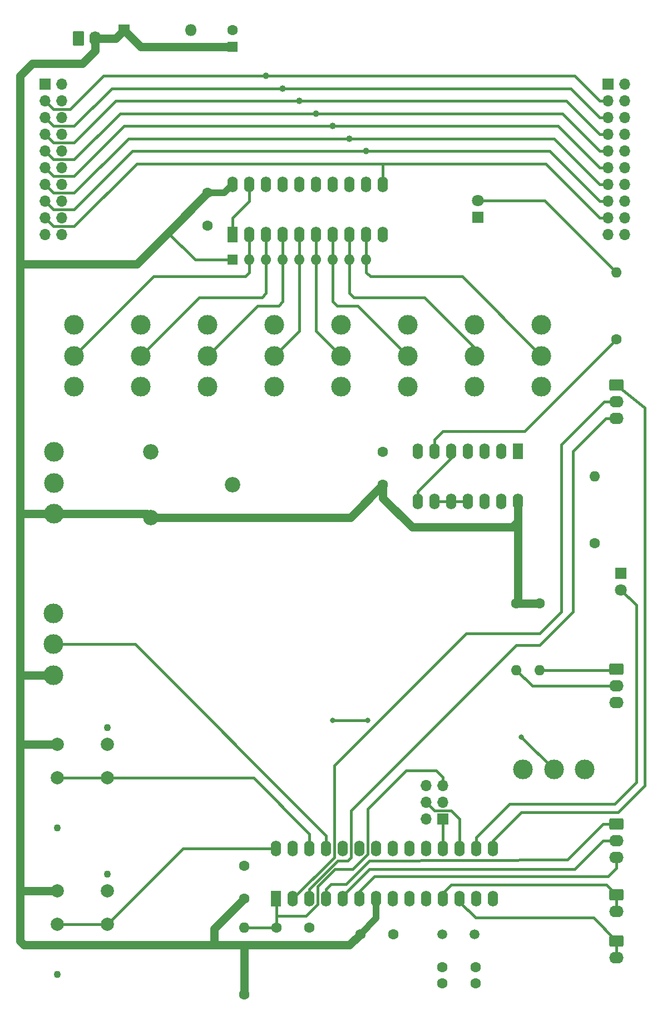
<source format=gtl>
G04 #@! TF.GenerationSoftware,KiCad,Pcbnew,7.0.5*
G04 #@! TF.CreationDate,2023-06-10T14:41:30+02:00*
G04 #@! TF.ProjectId,EinTaktReset,45696e54-616b-4745-9265-7365742e6b69,rev?*
G04 #@! TF.SameCoordinates,Original*
G04 #@! TF.FileFunction,Copper,L1,Top*
G04 #@! TF.FilePolarity,Positive*
%FSLAX46Y46*%
G04 Gerber Fmt 4.6, Leading zero omitted, Abs format (unit mm)*
G04 Created by KiCad (PCBNEW 7.0.5) date 2023-06-10 14:41:30*
%MOMM*%
%LPD*%
G01*
G04 APERTURE LIST*
G04 Aperture macros list*
%AMRoundRect*
0 Rectangle with rounded corners*
0 $1 Rounding radius*
0 $2 $3 $4 $5 $6 $7 $8 $9 X,Y pos of 4 corners*
0 Add a 4 corners polygon primitive as box body*
4,1,4,$2,$3,$4,$5,$6,$7,$8,$9,$2,$3,0*
0 Add four circle primitives for the rounded corners*
1,1,$1+$1,$2,$3*
1,1,$1+$1,$4,$5*
1,1,$1+$1,$6,$7*
1,1,$1+$1,$8,$9*
0 Add four rect primitives between the rounded corners*
20,1,$1+$1,$2,$3,$4,$5,0*
20,1,$1+$1,$4,$5,$6,$7,0*
20,1,$1+$1,$6,$7,$8,$9,0*
20,1,$1+$1,$8,$9,$2,$3,0*%
G04 Aperture macros list end*
G04 #@! TA.AperFunction,ComponentPad*
%ADD10R,1.600000X2.400000*%
G04 #@! TD*
G04 #@! TA.AperFunction,ComponentPad*
%ADD11O,1.600000X2.400000*%
G04 #@! TD*
G04 #@! TA.AperFunction,ComponentPad*
%ADD12R,1.600000X1.600000*%
G04 #@! TD*
G04 #@! TA.AperFunction,ComponentPad*
%ADD13O,1.600000X1.600000*%
G04 #@! TD*
G04 #@! TA.AperFunction,ComponentPad*
%ADD14C,1.600000*%
G04 #@! TD*
G04 #@! TA.AperFunction,ComponentPad*
%ADD15R,1.800000X1.800000*%
G04 #@! TD*
G04 #@! TA.AperFunction,ComponentPad*
%ADD16C,1.800000*%
G04 #@! TD*
G04 #@! TA.AperFunction,ComponentPad*
%ADD17C,2.997200*%
G04 #@! TD*
G04 #@! TA.AperFunction,ComponentPad*
%ADD18R,1.700000X1.700000*%
G04 #@! TD*
G04 #@! TA.AperFunction,ComponentPad*
%ADD19O,1.700000X1.700000*%
G04 #@! TD*
G04 #@! TA.AperFunction,ComponentPad*
%ADD20RoundRect,0.249999X-0.620001X-0.845001X0.620001X-0.845001X0.620001X0.845001X-0.620001X0.845001X0*%
G04 #@! TD*
G04 #@! TA.AperFunction,ComponentPad*
%ADD21O,1.740000X2.190000*%
G04 #@! TD*
G04 #@! TA.AperFunction,ComponentPad*
%ADD22RoundRect,0.249999X-0.845001X0.620001X-0.845001X-0.620001X0.845001X-0.620001X0.845001X0.620001X0*%
G04 #@! TD*
G04 #@! TA.AperFunction,ComponentPad*
%ADD23O,2.190000X1.740000*%
G04 #@! TD*
G04 #@! TA.AperFunction,ComponentPad*
%ADD24C,2.000000*%
G04 #@! TD*
G04 #@! TA.AperFunction,ComponentPad*
%ADD25C,1.100000*%
G04 #@! TD*
G04 #@! TA.AperFunction,ComponentPad*
%ADD26O,1.800000X1.800000*%
G04 #@! TD*
G04 #@! TA.AperFunction,ComponentPad*
%ADD27C,1.500000*%
G04 #@! TD*
G04 #@! TA.AperFunction,ComponentPad*
%ADD28C,2.340000*%
G04 #@! TD*
G04 #@! TA.AperFunction,ViaPad*
%ADD29C,1.000000*%
G04 #@! TD*
G04 #@! TA.AperFunction,ViaPad*
%ADD30C,0.800000*%
G04 #@! TD*
G04 #@! TA.AperFunction,Conductor*
%ADD31C,1.250000*%
G04 #@! TD*
G04 #@! TA.AperFunction,Conductor*
%ADD32C,0.400000*%
G04 #@! TD*
G04 #@! TA.AperFunction,Conductor*
%ADD33C,1.000000*%
G04 #@! TD*
G04 APERTURE END LIST*
D10*
X73660000Y-59055000D03*
D11*
X76200000Y-59055000D03*
X78740000Y-59055000D03*
X81280000Y-59055000D03*
X83820000Y-59055000D03*
X86360000Y-59055000D03*
X88900000Y-59055000D03*
X91440000Y-59055000D03*
X93980000Y-59055000D03*
X96520000Y-59055000D03*
X96520000Y-51435000D03*
X93980000Y-51435000D03*
X91440000Y-51435000D03*
X88900000Y-51435000D03*
X86360000Y-51435000D03*
X83820000Y-51435000D03*
X81280000Y-51435000D03*
X78740000Y-51435000D03*
X76200000Y-51435000D03*
X73660000Y-51435000D03*
D12*
X73660000Y-62865000D03*
D13*
X76200000Y-62865000D03*
X78740000Y-62865000D03*
X81280000Y-62865000D03*
X83820000Y-62865000D03*
X86360000Y-62865000D03*
X88900000Y-62865000D03*
X91440000Y-62865000D03*
X93980000Y-62865000D03*
D14*
X128778000Y-105918000D03*
D13*
X128778000Y-95758000D03*
D14*
X116840000Y-115062000D03*
D13*
X116840000Y-125222000D03*
D15*
X110998000Y-56388000D03*
D16*
X110998000Y-53848000D03*
D15*
X132715000Y-110490000D03*
D16*
X132715000Y-113030000D03*
D17*
X49530000Y-72771000D03*
X49530000Y-77470000D03*
X49530000Y-82169000D03*
X80010000Y-72771000D03*
X80010000Y-77470000D03*
X80010000Y-82169000D03*
X90170000Y-72771000D03*
X90170000Y-77470000D03*
X90170000Y-82169000D03*
X100330000Y-72771000D03*
X100330000Y-77470000D03*
X100330000Y-82169000D03*
X110490000Y-72771000D03*
X110490000Y-77470000D03*
X110490000Y-82169000D03*
X120650000Y-72771000D03*
X120650000Y-77470000D03*
X120650000Y-82169000D03*
D14*
X93100000Y-165360000D03*
X98100000Y-165360000D03*
X69850000Y-52705000D03*
X69850000Y-57705000D03*
X132080000Y-74930000D03*
D13*
X132080000Y-64770000D03*
D18*
X45085000Y-36195000D03*
D19*
X47625000Y-36195000D03*
X45085000Y-38735000D03*
X47625000Y-38735000D03*
X45085000Y-41275000D03*
X47625000Y-41275000D03*
X45085000Y-43815000D03*
X47625000Y-43815000D03*
X45085000Y-46355000D03*
X47625000Y-46355000D03*
X45085000Y-48895000D03*
X47625000Y-48895000D03*
X45085000Y-51435000D03*
X47625000Y-51435000D03*
X45085000Y-53975000D03*
X47625000Y-53975000D03*
X45085000Y-56515000D03*
X47625000Y-56515000D03*
X45085000Y-59055000D03*
X47625000Y-59055000D03*
D18*
X130810000Y-36195000D03*
D19*
X133350000Y-36195000D03*
X130810000Y-38735000D03*
X133350000Y-38735000D03*
X130810000Y-41275000D03*
X133350000Y-41275000D03*
X130810000Y-43815000D03*
X133350000Y-43815000D03*
X130810000Y-46355000D03*
X133350000Y-46355000D03*
X130810000Y-48895000D03*
X133350000Y-48895000D03*
X130810000Y-51435000D03*
X133350000Y-51435000D03*
X130810000Y-53975000D03*
X133350000Y-53975000D03*
X130810000Y-56515000D03*
X133350000Y-56515000D03*
X130810000Y-59055000D03*
X133350000Y-59055000D03*
D14*
X120396000Y-115062000D03*
D13*
X120396000Y-125222000D03*
D12*
X73660000Y-30480000D03*
D14*
X73660000Y-27980000D03*
D20*
X50165000Y-29210000D03*
D21*
X52705000Y-29210000D03*
D22*
X132080000Y-159385000D03*
D23*
X132080000Y-161925000D03*
D22*
X132080000Y-166370000D03*
D23*
X132080000Y-168910000D03*
D24*
X46990000Y-163830000D03*
X54610000Y-163830000D03*
X54610000Y-158750000D03*
X46990000Y-158750000D03*
D25*
X46990000Y-171450000D03*
X54610000Y-156210000D03*
D22*
X132080000Y-148590000D03*
D23*
X132080000Y-151130000D03*
X132080000Y-153670000D03*
D22*
X132080000Y-81915000D03*
D23*
X132080000Y-84455000D03*
X132080000Y-86995000D03*
D22*
X132080000Y-125095000D03*
D23*
X132080000Y-127635000D03*
X132080000Y-130175000D03*
D14*
X75438000Y-159980000D03*
X75438000Y-154980000D03*
D10*
X117094000Y-91948000D03*
D11*
X114554000Y-91948000D03*
X112014000Y-91948000D03*
X109474000Y-91948000D03*
X106934000Y-91948000D03*
X104394000Y-91948000D03*
X101854000Y-91948000D03*
X101854000Y-99568000D03*
X104394000Y-99568000D03*
X106934000Y-99568000D03*
X109474000Y-99568000D03*
X112014000Y-99568000D03*
X114554000Y-99568000D03*
X117094000Y-99568000D03*
D24*
X46990000Y-141605000D03*
X54610000Y-141605000D03*
X54610000Y-136525000D03*
X46990000Y-136525000D03*
D25*
X46990000Y-149225000D03*
X54610000Y-133985000D03*
D17*
X69850000Y-72771000D03*
X69850000Y-77470000D03*
X69850000Y-82169000D03*
D15*
X57150000Y-27940000D03*
D26*
X67310000Y-27940000D03*
D17*
X59690000Y-72771000D03*
X59690000Y-77470000D03*
X59690000Y-82169000D03*
X117856000Y-140335000D03*
X122555000Y-140335000D03*
X127254000Y-140335000D03*
X46355000Y-125984000D03*
X46355000Y-121285000D03*
X46355000Y-116586000D03*
D14*
X75438000Y-174498000D03*
D13*
X75438000Y-164338000D03*
D14*
X105600000Y-170360000D03*
X105600000Y-172860000D03*
D10*
X80280000Y-159940000D03*
D11*
X82820000Y-159940000D03*
X85360000Y-159940000D03*
X87900000Y-159940000D03*
X90440000Y-159940000D03*
X92980000Y-159940000D03*
X95520000Y-159940000D03*
X98060000Y-159940000D03*
X100600000Y-159940000D03*
X103140000Y-159940000D03*
X105680000Y-159940000D03*
X108220000Y-159940000D03*
X110760000Y-159940000D03*
X113300000Y-159940000D03*
X113300000Y-152320000D03*
X110760000Y-152320000D03*
X108220000Y-152320000D03*
X105680000Y-152320000D03*
X103140000Y-152320000D03*
X100600000Y-152320000D03*
X98060000Y-152320000D03*
X95520000Y-152320000D03*
X92980000Y-152320000D03*
X90440000Y-152320000D03*
X87900000Y-152320000D03*
X85360000Y-152320000D03*
X82820000Y-152320000D03*
X80280000Y-152320000D03*
D14*
X96520000Y-97075000D03*
X96520000Y-92075000D03*
D17*
X46482000Y-92075000D03*
X46482000Y-96774000D03*
X46482000Y-101473000D03*
D18*
X105669000Y-147813000D03*
D19*
X103129000Y-147813000D03*
X105669000Y-145273000D03*
X103129000Y-145273000D03*
X105669000Y-142733000D03*
X103129000Y-142733000D03*
D14*
X110600000Y-170360000D03*
X110600000Y-172860000D03*
D27*
X110480000Y-165360000D03*
X105600000Y-165360000D03*
D28*
X61160000Y-102028000D03*
X73660000Y-97028000D03*
X61160000Y-92028000D03*
D14*
X80300000Y-164338000D03*
X85300000Y-164338000D03*
D29*
X93980000Y-46355000D03*
X91440000Y-44450000D03*
X88900000Y-42545000D03*
X86360000Y-40640000D03*
X83820000Y-38735000D03*
X81280000Y-36830000D03*
X78740000Y-34925000D03*
D30*
X88900000Y-132842000D03*
X94234000Y-132842000D03*
X117602000Y-135382000D03*
D31*
X116205000Y-103505000D02*
X100965000Y-103505000D01*
X117094000Y-102616000D02*
X116205000Y-103505000D01*
X117094000Y-99568000D02*
X117094000Y-102616000D01*
X100965000Y-103505000D02*
X96520000Y-99060000D01*
X96520000Y-99060000D02*
X96520000Y-97075000D01*
X117094000Y-114808000D02*
X116840000Y-115062000D01*
X117094000Y-99568000D02*
X117094000Y-114808000D01*
X61160000Y-102028000D02*
X91567000Y-102028000D01*
X91567000Y-102028000D02*
X96520000Y-97075000D01*
D32*
X132080000Y-166370000D02*
X128570000Y-162860000D01*
X132080000Y-168910000D02*
X132080000Y-166370000D01*
X110600000Y-162860000D02*
X113100000Y-162860000D01*
X108220000Y-160480000D02*
X110600000Y-162860000D01*
X108220000Y-159940000D02*
X108220000Y-160480000D01*
X128570000Y-162860000D02*
X113100000Y-162860000D01*
X105680000Y-159940000D02*
X105680000Y-159080000D01*
X106900000Y-157860000D02*
X130555000Y-157860000D01*
X132080000Y-161925000D02*
X132080000Y-159385000D01*
X130555000Y-157860000D02*
X132080000Y-159385000D01*
X105680000Y-159080000D02*
X106900000Y-157860000D01*
X117602000Y-146812000D02*
X132334000Y-146812000D01*
X113300000Y-152320000D02*
X113300000Y-151114000D01*
X132334000Y-146812000D02*
X136398000Y-142748000D01*
X113300000Y-151114000D02*
X117602000Y-146812000D01*
X136398000Y-85344000D02*
X132080000Y-81915000D01*
X136398000Y-142748000D02*
X136398000Y-85344000D01*
X73660000Y-62865000D02*
X67945000Y-62865000D01*
D31*
X116840000Y-115062000D02*
X120396000Y-115062000D01*
X41910000Y-167005000D02*
X68834000Y-167005000D01*
X75438000Y-174498000D02*
X75438000Y-167005000D01*
X41275000Y-103886000D02*
X41275000Y-121920000D01*
X41275000Y-62230000D02*
X41275000Y-63500000D01*
X41275000Y-34925000D02*
X41275000Y-62230000D01*
D33*
X69850000Y-52705000D02*
X72390000Y-52705000D01*
D31*
X41275000Y-125984000D02*
X41275000Y-129540000D01*
D33*
X95520000Y-159940000D02*
X95520000Y-162940000D01*
D31*
X41275000Y-121920000D02*
X41275000Y-125984000D01*
X55880000Y-29210000D02*
X57150000Y-27940000D01*
X41275000Y-101600000D02*
X41275000Y-103886000D01*
X59055000Y-63500000D02*
X41275000Y-63500000D01*
X69850000Y-52705000D02*
X63817500Y-58737500D01*
X50800000Y-33020000D02*
X43180000Y-33020000D01*
X68834000Y-167005000D02*
X70866000Y-167005000D01*
X52705000Y-31115000D02*
X50800000Y-33020000D01*
X75438000Y-167005000D02*
X86741000Y-167005000D01*
X46482000Y-101473000D02*
X60605000Y-101473000D01*
D32*
X67945000Y-62865000D02*
X63817500Y-58737500D01*
D31*
X59690000Y-30480000D02*
X57150000Y-27940000D01*
X41275000Y-129540000D02*
X41275000Y-135890000D01*
X46990000Y-136525000D02*
X41402000Y-136525000D01*
X91455000Y-167005000D02*
X93100000Y-165360000D01*
X41275000Y-158750000D02*
X41275000Y-166370000D01*
X70866000Y-167005000D02*
X70866000Y-164552000D01*
X41275000Y-135890000D02*
X41275000Y-136652000D01*
X52705000Y-29210000D02*
X52705000Y-31115000D01*
X52705000Y-29210000D02*
X55880000Y-29210000D01*
X41275000Y-63500000D02*
X41275000Y-85725000D01*
X41275000Y-144145000D02*
X41275000Y-158750000D01*
X86741000Y-167005000D02*
X91455000Y-167005000D01*
X70866000Y-167005000D02*
X75438000Y-167005000D01*
X41275000Y-136652000D02*
X41275000Y-144145000D01*
X46355000Y-125984000D02*
X41275000Y-125984000D01*
X41275000Y-166370000D02*
X41910000Y-167005000D01*
X41402000Y-101473000D02*
X41275000Y-101600000D01*
X41402000Y-136525000D02*
X41275000Y-136652000D01*
X63817500Y-58737500D02*
X59055000Y-63500000D01*
D33*
X95520000Y-162940000D02*
X93100000Y-165360000D01*
D31*
X60605000Y-101473000D02*
X61160000Y-102028000D01*
X43180000Y-33020000D02*
X41275000Y-34925000D01*
X46482000Y-101473000D02*
X41402000Y-101473000D01*
D33*
X72390000Y-52705000D02*
X73660000Y-51435000D01*
D31*
X46990000Y-158750000D02*
X41275000Y-158750000D01*
X41275000Y-85725000D02*
X41275000Y-101600000D01*
X70866000Y-164552000D02*
X75438000Y-159980000D01*
X73660000Y-30480000D02*
X59690000Y-30480000D01*
D32*
X80300000Y-162560000D02*
X80300000Y-159960000D01*
X104648000Y-140462000D02*
X100076000Y-140462000D01*
X105669000Y-142733000D02*
X105669000Y-141483000D01*
X80300000Y-159960000D02*
X80280000Y-159940000D01*
X94180000Y-146358000D02*
X94180000Y-153217056D01*
X75438000Y-164338000D02*
X80300000Y-164338000D01*
X84837056Y-162560000D02*
X80300000Y-162560000D01*
X100076000Y-140462000D02*
X94180000Y-146358000D01*
X91949056Y-155448000D02*
X89240528Y-155448000D01*
X105669000Y-141483000D02*
X104648000Y-140462000D01*
X89240528Y-155448000D02*
X86560000Y-158128528D01*
X80300000Y-164338000D02*
X80300000Y-162560000D01*
X86560000Y-158128528D02*
X86560000Y-160837056D01*
X86560000Y-160837056D02*
X84837056Y-162560000D01*
X94180000Y-153217056D02*
X91949056Y-155448000D01*
X121158000Y-53848000D02*
X110998000Y-53848000D01*
X132080000Y-64770000D02*
X121158000Y-53848000D01*
X135128000Y-142240000D02*
X131826000Y-145542000D01*
X110760000Y-150638000D02*
X110760000Y-152320000D01*
X131826000Y-145542000D02*
X115824000Y-145542000D01*
X132715000Y-113030000D02*
X135128000Y-115316000D01*
X135128000Y-115316000D02*
X135128000Y-142240000D01*
X110744000Y-150622000D02*
X110760000Y-150638000D01*
X115824000Y-145542000D02*
X110744000Y-150622000D01*
X129540000Y-56515000D02*
X121285000Y-48260000D01*
X121285000Y-48260000D02*
X120650000Y-48260000D01*
X49530000Y-57785000D02*
X59055000Y-48260000D01*
X120650000Y-48260000D02*
X96520000Y-48260000D01*
X46355000Y-57785000D02*
X49530000Y-57785000D01*
X45085000Y-56515000D02*
X46355000Y-57785000D01*
X130810000Y-56515000D02*
X129540000Y-56515000D01*
X96520000Y-48260000D02*
X59055000Y-48260000D01*
X96520000Y-51435000D02*
X96520000Y-48260000D01*
X129540000Y-53975000D02*
X121920000Y-46355000D01*
X49530000Y-55245000D02*
X46355000Y-55245000D01*
X93980000Y-46355000D02*
X121285000Y-46355000D01*
X46355000Y-55245000D02*
X45085000Y-53975000D01*
X129540000Y-53975000D02*
X130810000Y-53975000D01*
X49530000Y-55245000D02*
X58420000Y-46355000D01*
X121285000Y-46355000D02*
X121920000Y-46355000D01*
X93980000Y-46355000D02*
X58420000Y-46355000D01*
X91440000Y-44450000D02*
X122555000Y-44450000D01*
X91440000Y-44450000D02*
X57785000Y-44450000D01*
X129540000Y-51435000D02*
X122555000Y-44450000D01*
X49530000Y-52705000D02*
X57785000Y-44450000D01*
X49530000Y-52705000D02*
X46355000Y-52705000D01*
X129540000Y-51435000D02*
X130810000Y-51435000D01*
X46355000Y-52705000D02*
X45085000Y-51435000D01*
X49530000Y-50165000D02*
X46355000Y-50165000D01*
X129540000Y-48895000D02*
X123190000Y-42545000D01*
X49530000Y-50165000D02*
X57150000Y-42545000D01*
X46355000Y-50165000D02*
X45085000Y-48895000D01*
X123190000Y-42545000D02*
X57150000Y-42545000D01*
X130810000Y-48895000D02*
X129540000Y-48895000D01*
X46355000Y-47625000D02*
X49530000Y-47625000D01*
X56515000Y-40640000D02*
X123825000Y-40640000D01*
X49530000Y-47625000D02*
X56515000Y-40640000D01*
X45085000Y-46355000D02*
X46355000Y-47625000D01*
X129540000Y-46355000D02*
X123825000Y-40640000D01*
X129540000Y-46355000D02*
X130810000Y-46355000D01*
X124460000Y-38735000D02*
X120015000Y-38735000D01*
X83820000Y-38735000D02*
X59055000Y-38735000D01*
X46355000Y-45085000D02*
X45085000Y-43815000D01*
X49530000Y-45085000D02*
X55880000Y-38735000D01*
X129540000Y-43815000D02*
X124460000Y-38735000D01*
X120015000Y-38735000D02*
X83820000Y-38735000D01*
X130810000Y-43815000D02*
X129540000Y-43815000D01*
X49530000Y-45085000D02*
X46355000Y-45085000D01*
X55880000Y-38735000D02*
X59055000Y-38735000D01*
X49530000Y-42545000D02*
X55245000Y-36830000D01*
X125095000Y-36830000D02*
X129540000Y-41275000D01*
X45085000Y-41275000D02*
X46355000Y-42545000D01*
X129540000Y-41275000D02*
X130810000Y-41275000D01*
X46355000Y-42545000D02*
X49530000Y-42545000D01*
X55245000Y-36830000D02*
X125095000Y-36830000D01*
X118110000Y-34925000D02*
X78740000Y-34925000D01*
X129540000Y-38735000D02*
X130810000Y-38735000D01*
X48895000Y-40005000D02*
X46355000Y-40005000D01*
X53975000Y-34925000D02*
X59055000Y-34925000D01*
X129540000Y-38735000D02*
X125730000Y-34925000D01*
X59055000Y-34925000D02*
X78740000Y-34925000D01*
X48895000Y-40005000D02*
X53975000Y-34925000D01*
X46355000Y-40005000D02*
X45085000Y-38735000D01*
X125730000Y-34925000D02*
X118110000Y-34925000D01*
X105669000Y-152309000D02*
X105680000Y-152320000D01*
X105669000Y-147813000D02*
X105669000Y-152309000D01*
X104414000Y-146558000D02*
X106914000Y-146558000D01*
X106914000Y-146558000D02*
X108220000Y-147864000D01*
X108220000Y-147864000D02*
X108220000Y-152320000D01*
X103129000Y-145273000D02*
X104414000Y-146558000D01*
X118110000Y-88900000D02*
X105664000Y-88900000D01*
X105664000Y-88900000D02*
X104394000Y-90170000D01*
X132080000Y-74930000D02*
X118110000Y-88900000D01*
X104394000Y-90170000D02*
X104394000Y-91948000D01*
X58801000Y-121285000D02*
X87900000Y-150384000D01*
X87900000Y-150384000D02*
X87900000Y-152320000D01*
X46355000Y-121285000D02*
X58801000Y-121285000D01*
X106934000Y-99568000D02*
X109474000Y-99568000D01*
X104394000Y-99568000D02*
X106934000Y-99568000D01*
X122555000Y-140335000D02*
X117602000Y-135382000D01*
X88900000Y-132842000D02*
X94234000Y-132842000D01*
X76200000Y-53975000D02*
X76200000Y-51435000D01*
X101854000Y-98044000D02*
X106934000Y-92964000D01*
X106934000Y-92964000D02*
X106934000Y-91948000D01*
X73660000Y-59055000D02*
X73660000Y-56515000D01*
X101854000Y-99568000D02*
X101854000Y-98044000D01*
X73660000Y-56515000D02*
X76200000Y-53975000D01*
X66120000Y-152320000D02*
X80280000Y-152320000D01*
X46990000Y-163830000D02*
X54610000Y-163830000D01*
X54610000Y-163830000D02*
X66120000Y-152320000D01*
X85360000Y-150130000D02*
X85360000Y-152320000D01*
X76835000Y-141605000D02*
X85360000Y-150130000D01*
X54610000Y-141605000D02*
X76835000Y-141605000D01*
X46990000Y-141605000D02*
X54610000Y-141605000D01*
X116840000Y-125222000D02*
X119253000Y-127635000D01*
X119253000Y-127635000D02*
X132080000Y-127635000D01*
X120396000Y-125222000D02*
X131953000Y-125222000D01*
X131953000Y-125222000D02*
X132080000Y-125095000D01*
X130070000Y-148590000D02*
X132080000Y-148590000D01*
X124600000Y-154060000D02*
X130070000Y-148590000D01*
X87900000Y-159940000D02*
X87900000Y-158480000D01*
X94488000Y-154178000D02*
X94742000Y-154178000D01*
X94742000Y-154178000D02*
X124600000Y-154060000D01*
X87900000Y-158480000D02*
X88646000Y-157734000D01*
X88646000Y-157734000D02*
X90932000Y-157734000D01*
X90932000Y-157734000D02*
X94488000Y-154178000D01*
X132080000Y-153670000D02*
X132080000Y-155280000D01*
X92980000Y-159940000D02*
X92980000Y-158830000D01*
X130800000Y-156560000D02*
X95250000Y-156560000D01*
X132080000Y-155280000D02*
X130800000Y-156560000D01*
X92980000Y-158830000D02*
X95250000Y-156560000D01*
X90440000Y-159140000D02*
X90440000Y-159940000D01*
X94500000Y-155460000D02*
X125700000Y-155460000D01*
X130030000Y-151130000D02*
X132080000Y-151130000D01*
X125700000Y-155460000D02*
X130030000Y-151130000D01*
X90440000Y-159940000D02*
X90440000Y-159496000D01*
X94488000Y-155448000D02*
X94500000Y-155460000D01*
X90440000Y-159496000D02*
X94488000Y-155448000D01*
X91186000Y-154178000D02*
X89662000Y-154178000D01*
X91640000Y-153724000D02*
X91186000Y-154178000D01*
X89662000Y-154178000D02*
X85360000Y-158480000D01*
X85360000Y-158480000D02*
X85360000Y-159940000D01*
X120396000Y-121412000D02*
X116840000Y-121412000D01*
X132080000Y-86995000D02*
X130429000Y-86995000D01*
X125476000Y-91948000D02*
X125476000Y-116332000D01*
X125476000Y-116332000D02*
X120396000Y-121412000D01*
X91640000Y-146612000D02*
X91640000Y-153724000D01*
X116840000Y-121412000D02*
X91640000Y-146612000D01*
X130429000Y-86995000D02*
X125476000Y-91948000D01*
X123698000Y-116332000D02*
X120396000Y-119634000D01*
X123698000Y-90932000D02*
X123698000Y-116332000D01*
X89100000Y-139754000D02*
X89100000Y-153660000D01*
X132080000Y-84455000D02*
X130175000Y-84455000D01*
X130175000Y-84455000D02*
X123698000Y-90932000D01*
X109220000Y-119634000D02*
X89100000Y-139754000D01*
X89100000Y-153660000D02*
X82820000Y-159940000D01*
X120396000Y-119634000D02*
X109220000Y-119634000D01*
X93980000Y-64770000D02*
X94615000Y-65405000D01*
X93980000Y-62865000D02*
X93980000Y-64770000D01*
X93980000Y-62865000D02*
X93980000Y-59055000D01*
X94615000Y-65405000D02*
X108585000Y-65405000D01*
X108585000Y-65405000D02*
X120650000Y-77470000D01*
X91440000Y-67945000D02*
X91440000Y-64770000D01*
X91440000Y-62865000D02*
X91440000Y-59055000D01*
X102870000Y-68580000D02*
X110490000Y-76200000D01*
X92075000Y-68580000D02*
X91440000Y-67945000D01*
X102870000Y-68580000D02*
X92075000Y-68580000D01*
X91440000Y-64770000D02*
X91440000Y-62865000D01*
X88900000Y-59055000D02*
X88900000Y-62865000D01*
X100330000Y-77470000D02*
X92710000Y-69850000D01*
X88900000Y-69215000D02*
X88900000Y-62865000D01*
X89535000Y-69850000D02*
X88900000Y-69215000D01*
X92710000Y-69850000D02*
X89535000Y-69850000D01*
X86360000Y-73660000D02*
X86360000Y-62865000D01*
X86360000Y-62865000D02*
X86360000Y-59055000D01*
X90170000Y-77470000D02*
X86360000Y-73660000D01*
X83820000Y-73660000D02*
X83820000Y-62865000D01*
X83820000Y-62865000D02*
X83820000Y-59055000D01*
X80010000Y-77470000D02*
X83820000Y-73660000D01*
X69850000Y-77470000D02*
X77470000Y-69850000D01*
X81280000Y-69215000D02*
X81280000Y-62865000D01*
X81280000Y-62865000D02*
X81280000Y-59055000D01*
X80645000Y-69850000D02*
X81280000Y-69215000D01*
X77470000Y-69850000D02*
X80645000Y-69850000D01*
X78740000Y-62865000D02*
X78740000Y-59055000D01*
X78105000Y-68580000D02*
X78740000Y-67945000D01*
X78740000Y-67945000D02*
X78740000Y-62865000D01*
X68580000Y-68580000D02*
X78105000Y-68580000D01*
X59690000Y-77470000D02*
X68580000Y-68580000D01*
X58420000Y-68580000D02*
X49530000Y-77470000D01*
X75565000Y-65405000D02*
X61595000Y-65405000D01*
X61595000Y-65405000D02*
X58420000Y-68580000D01*
X76200000Y-62865000D02*
X76200000Y-59055000D01*
X76200000Y-62865000D02*
X76200000Y-64770000D01*
X76200000Y-64770000D02*
X75565000Y-65405000D01*
M02*

</source>
